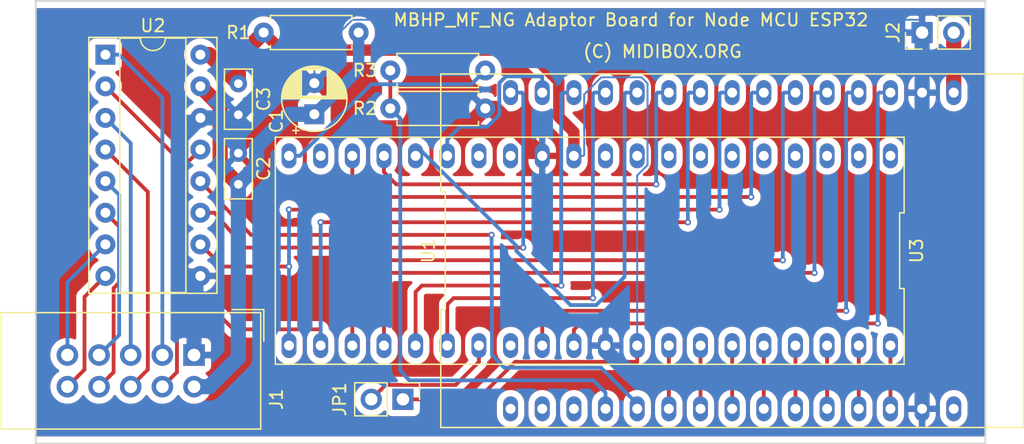
<source format=kicad_pcb>
(kicad_pcb (version 20171130) (host pcbnew "(5.1.5-0-10_14)")
  (layers (0 Topu signal) (31 Bottom signal) (34 B.Paste user) (35 F.Paste user) (36 B.SilkS user) (37 F.SilkS user) (38 B.Mask user) (39 F.Mask user) (44 Edge.Cuts user))
  (net 0 "")
  (net 1 GNDA)
  (net 2 "Net-(C1-Pad1)")
  (net 3 +5V)
  (net 4 "Net-(J1-Pad10)")
  (net 5 "Net-(J1-Pad9)")
  (net 6 "Net-(J1-Pad8)")
  (net 7 "Net-(J1-Pad7)")
  (net 8 "Net-(J1-Pad6)")
  (net 9 "Net-(J1-Pad5)")
  (net 10 "Net-(J1-Pad4)")
  (net 11 "Net-(J1-Pad3)")
  (net 12 "Net-(JP1-Pad2)")
  (net 13 "Net-(R2-Pad2)")
  (net 14 /SPI_MISO_DINSR)
  (net 15 /SPI_CLK)
  (net 16 /SPI_MISO_ADC)
  (net 17 /SPI_MOSI)
  (net 18 /SPI_CS)
  (net 19 "Net-(U1-Pad13)")
  (net 20 "Net-(U1-Pad12)")
  (net 21 "Net-(U3-Pad19)")
  (net 22 "Net-(U1-Pad11)")
  (net 23 "Net-(U1-Pad22)")
  (net 24 "Net-(U1-Pad10)")
  (net 25 "Net-(U1-Pad25)")
  (net 26 "Net-(U1-Pad9)")
  (net 27 "Net-(U1-Pad26)")
  (net 28 "Net-(U1-Pad8)")
  (net 29 "Net-(U1-Pad29)")
  (net 30 "Net-(U1-Pad7)")
  (net 31 "Net-(U3-Pad14)")
  (net 32 "Net-(U1-Pad6)")
  (net 33 "Net-(U3-Pad13)")
  (net 34 "Net-(U1-Pad18)")
  (net 35 "Net-(U3-Pad10)")
  (net 36 "Net-(U1-Pad19)")
  (net 37 "Net-(U3-Pad9)")
  (net 38 "Net-(U3-Pad28)")
  (net 39 "Net-(U3-Pad8)")
  (net 40 "Net-(U3-Pad7)")
  (net 41 MIDI_RX)
  (net 42 "Net-(U3-Pad6)")
  (net 43 MIDI_TX)
  (net 44 "Net-(U3-Pad5)")
  (net 45 "Net-(U1-Pad20)")
  (net 46 "Net-(U3-Pad4)")
  (net 47 "Net-(U1-Pad21)")
  (net 48 "Net-(U3-Pad3)")
  (net 49 "Net-(U3-Pad2)")
  (net 50 "Net-(U3-Pad1)")
  (net 51 "Net-(U1-Pad15)")
  (net 52 "Net-(U1-Pad3)")
  (net 53 "Net-(U1-Pad2)")
  (net 54 "Net-(U1-Pad1)")
  (net 55 "Net-(J2-Pad2)")
  (module mbhp_mf_special_parts:NodeMCUESP32 (layer Topu) (at 162.56 86.106)
    (fp_text reference U1 (at -24.38 0 90) (layer F.SilkS))
    (fp_text value NodeMCU_ESP32)
    (pad 15 thru_hole oval (at 17.78 12.7) (size 1.2 2) (drill 0.8) (layers *.Cu *.Mask) (net 51 "Net-(U1-Pad15)"))
    (pad 16 thru_hole oval (at 17.78 -12.7) (size 1.2 2) (drill 0.8) (layers *.Cu *.Mask) (net 55 "Net-(J2-Pad2)"))
    (pad 14 thru_hole oval (at 15.24 12.7) (size 1.2 2) (drill 0.8) (layers *.Cu *.Mask) (net 1 GNDA))
    (pad 17 thru_hole oval (at 15.24 -12.7) (size 1.2 2) (drill 0.8) (layers *.Cu *.Mask) (net 1 GNDA))
    (pad 13 thru_hole oval (at 12.7 12.7) (size 1.2 2) (drill 0.8) (layers *.Cu *.Mask) (net 19 "Net-(U1-Pad13)"))
    (pad 18 thru_hole oval (at 12.7 -12.7) (size 1.2 2) (drill 0.8) (layers *.Cu *.Mask) (net 34 "Net-(U1-Pad18)"))
    (pad 12 thru_hole oval (at 10.16 12.7) (size 1.2 2) (drill 0.8) (layers *.Cu *.Mask) (net 20 "Net-(U1-Pad12)"))
    (pad 19 thru_hole oval (at 10.16 -12.7) (size 1.2 2) (drill 0.8) (layers *.Cu *.Mask) (net 36 "Net-(U1-Pad19)"))
    (pad 11 thru_hole oval (at 7.62 12.7) (size 1.2 2) (drill 0.8) (layers *.Cu *.Mask) (net 22 "Net-(U1-Pad11)"))
    (pad 20 thru_hole oval (at 7.62 -12.7) (size 1.2 2) (drill 0.8) (layers *.Cu *.Mask) (net 45 "Net-(U1-Pad20)"))
    (pad 10 thru_hole oval (at 5.08 12.7) (size 1.2 2) (drill 0.8) (layers *.Cu *.Mask) (net 24 "Net-(U1-Pad10)"))
    (pad 21 thru_hole oval (at 5.08 -12.7) (size 1.2 2) (drill 0.8) (layers *.Cu *.Mask) (net 47 "Net-(U1-Pad21)"))
    (pad 9 thru_hole oval (at 2.54 12.7) (size 1.2 2) (drill 0.8) (layers *.Cu *.Mask) (net 26 "Net-(U1-Pad9)"))
    (pad 22 thru_hole oval (at 2.54 -12.7) (size 1.2 2) (drill 0.8) (layers *.Cu *.Mask) (net 23 "Net-(U1-Pad22)"))
    (pad 8 thru_hole oval (at 0 12.7) (size 1.2 2) (drill 0.8) (layers *.Cu *.Mask) (net 28 "Net-(U1-Pad8)"))
    (pad 23 thru_hole oval (at 0 -12.7) (size 1.2 2) (drill 0.8) (layers *.Cu *.Mask) (net 18 /SPI_CS))
    (pad 7 thru_hole oval (at -2.54 12.7) (size 1.2 2) (drill 0.8) (layers *.Cu *.Mask) (net 30 "Net-(U1-Pad7)"))
    (pad 24 thru_hole oval (at -2.54 -12.7) (size 1.2 2) (drill 0.8) (layers *.Cu *.Mask) (net 15 /SPI_CLK))
    (pad 6 thru_hole oval (at -5.08 12.7) (size 1.2 2) (drill 0.8) (layers *.Cu *.Mask) (net 32 "Net-(U1-Pad6)"))
    (pad 25 thru_hole oval (at -5.08 -12.7) (size 1.2 2) (drill 0.8) (layers *.Cu *.Mask) (net 25 "Net-(U1-Pad25)"))
    (pad 5 thru_hole oval (at -7.62 12.7) (size 1.2 2) (drill 0.8) (layers *.Cu *.Mask) (net 16 /SPI_MISO_ADC))
    (pad 26 thru_hole oval (at -7.62 -12.7) (size 1.2 2) (drill 0.8) (layers *.Cu *.Mask) (net 27 "Net-(U1-Pad26)"))
    (pad 4 thru_hole oval (at -10.16 12.7) (size 1.2 2) (drill 0.8) (layers *.Cu *.Mask) (net 14 /SPI_MISO_DINSR))
    (pad 27 thru_hole oval (at -10.16 -12.7) (size 1.2 2) (drill 0.8) (layers *.Cu *.Mask) (net 41 MIDI_RX))
    (pad 3 thru_hole oval (at -12.7 12.7) (size 1.2 2) (drill 0.8) (layers *.Cu *.Mask) (net 52 "Net-(U1-Pad3)"))
    (pad 28 thru_hole oval (at -12.7 -12.7) (size 1.2 2) (drill 0.8) (layers *.Cu *.Mask) (net 43 MIDI_TX))
    (pad 2 thru_hole oval (at -15.24 12.7) (size 1.2 2) (drill 0.8) (layers *.Cu *.Mask) (net 53 "Net-(U1-Pad2)"))
    (pad 29 thru_hole oval (at -15.24 -12.7) (size 1.2 2) (drill 0.8) (layers *.Cu *.Mask) (net 29 "Net-(U1-Pad29)"))
    (pad 1 thru_hole oval (at -17.78 12.7) (size 1.2 2) (drill 0.8) (layers *.Cu *.Mask) (net 54 "Net-(U1-Pad1)"))
    (pad 30 thru_hole oval (at -17.78 -12.7) (size 1.2 2) (drill 0.8) (layers *.Cu *.Mask) (net 17 /SPI_MOSI))
  )
  (module Package_DIP:DIP-16_W7.62mm_Socket (layer Topu) (at 112.268 70.358)
    (fp_text reference U2 (at 3.81 -2.33) (layer F.SilkS))
    (fp_text value MCP3208)
    (pad 16 thru_hole oval (at 7.62 0) (size 1.6 1.6) (drill 0.8) (layers *.Cu *.Mask) (net 3 +5V))
    (pad 8 thru_hole oval (at 0 17.78) (size 1.6 1.6) (drill 0.8) (layers *.Cu *.Mask) (net 4 "Net-(J1-Pad10)"))
    (pad 15 thru_hole oval (at 7.62 2.54) (size 1.6 1.6) (drill 0.8) (layers *.Cu *.Mask) (net 2 "Net-(C1-Pad1)"))
    (pad 7 thru_hole oval (at 0 15.24) (size 1.6 1.6) (drill 0.8) (layers *.Cu *.Mask) (net 5 "Net-(J1-Pad9)"))
    (pad 14 thru_hole oval (at 7.62 5.08) (size 1.6 1.6) (drill 0.8) (layers *.Cu *.Mask) (net 1 GNDA))
    (pad 6 thru_hole oval (at 0 12.7) (size 1.6 1.6) (drill 0.8) (layers *.Cu *.Mask) (net 6 "Net-(J1-Pad8)"))
    (pad 13 thru_hole oval (at 7.62 7.62) (size 1.6 1.6) (drill 0.8) (layers *.Cu *.Mask) (net 15 /SPI_CLK))
    (pad 5 thru_hole oval (at 0 10.16) (size 1.6 1.6) (drill 0.8) (layers *.Cu *.Mask) (net 7 "Net-(J1-Pad7)"))
    (pad 12 thru_hole oval (at 7.62 10.16) (size 1.6 1.6) (drill 0.8) (layers *.Cu *.Mask) (net 16 /SPI_MISO_ADC))
    (pad 4 thru_hole oval (at 0 7.62) (size 1.6 1.6) (drill 0.8) (layers *.Cu *.Mask) (net 8 "Net-(J1-Pad6)"))
    (pad 11 thru_hole oval (at 7.62 12.7) (size 1.6 1.6) (drill 0.8) (layers *.Cu *.Mask) (net 17 /SPI_MOSI))
    (pad 3 thru_hole oval (at 0 5.08) (size 1.6 1.6) (drill 0.8) (layers *.Cu *.Mask) (net 9 "Net-(J1-Pad5)"))
    (pad 10 thru_hole oval (at 7.62 15.24) (size 1.6 1.6) (drill 0.8) (layers *.Cu *.Mask) (net 18 /SPI_CS))
    (pad 2 thru_hole oval (at 0 2.54) (size 1.6 1.6) (drill 0.8) (layers *.Cu *.Mask) (net 10 "Net-(J1-Pad4)"))
    (pad 9 thru_hole oval (at 7.62 17.78) (size 1.6 1.6) (drill 0.8) (layers *.Cu *.Mask) (net 1 GNDA))
    (pad 1 thru_hole rect (at 0 0) (size 1.6 1.6) (drill 0.8) (layers *.Cu *.Mask) (net 11 "Net-(J1-Pad3)"))
  )
  (module Connector_IDC:IDC-Header_2x05_P2.54mm_Vertical (layer Topu) (at 119.38 94.488 270)
    (fp_text reference J1 (at 3.556 -6.604 90) (layer F.SilkS))
    (fp_text value "Analog Inputs")
    (pad 10 thru_hole oval (at 2.54 10.16 270) (size 1.7272 1.7272) (drill 1.016) (layers *.Cu *.Mask) (net 4 "Net-(J1-Pad10)"))
    (pad 9 thru_hole oval (at 0 10.16 270) (size 1.7272 1.7272) (drill 1.016) (layers *.Cu *.Mask) (net 5 "Net-(J1-Pad9)"))
    (pad 8 thru_hole oval (at 2.54 7.62 270) (size 1.7272 1.7272) (drill 1.016) (layers *.Cu *.Mask) (net 6 "Net-(J1-Pad8)"))
    (pad 7 thru_hole oval (at 0 7.62 270) (size 1.7272 1.7272) (drill 1.016) (layers *.Cu *.Mask) (net 7 "Net-(J1-Pad7)"))
    (pad 6 thru_hole oval (at 2.54 5.08 270) (size 1.7272 1.7272) (drill 1.016) (layers *.Cu *.Mask) (net 8 "Net-(J1-Pad6)"))
    (pad 5 thru_hole oval (at 0 5.08 270) (size 1.7272 1.7272) (drill 1.016) (layers *.Cu *.Mask) (net 9 "Net-(J1-Pad5)"))
    (pad 4 thru_hole oval (at 2.54 2.54 270) (size 1.7272 1.7272) (drill 1.016) (layers *.Cu *.Mask) (net 10 "Net-(J1-Pad4)"))
    (pad 3 thru_hole oval (at 0 2.54 270) (size 1.7272 1.7272) (drill 1.016) (layers *.Cu *.Mask) (net 11 "Net-(J1-Pad3)"))
    (pad 2 thru_hole oval (at 2.54 0 270) (size 1.7272 1.7272) (drill 1.016) (layers *.Cu *.Mask) (net 2 "Net-(C1-Pad1)"))
    (pad 1 thru_hole rect (at 0 0 270) (size 1.7272 1.7272) (drill 1.016) (layers *.Cu *.Mask) (net 1 GNDA))
  )
  (module Connector_PinHeader_2.54mm:PinHeader_1x02_P2.54mm_Vertical (layer Topu) (at 177.8 68.58 90)
    (fp_text reference J2 (at 0 -2.33 90) (layer F.SilkS))
    (fp_text value Power)
    (pad 2 thru_hole oval (at 0 2.54 90) (size 1.7 1.7) (drill 1) (layers *.Cu *.Mask) (net 55 "Net-(J2-Pad2)"))
    (pad 1 thru_hole rect (at 0 0 90) (size 1.7 1.7) (drill 1) (layers *.Cu *.Mask) (net 1 GNDA))
  )
  (module Resistor_THT:R_Axial_DIN0207_L6.3mm_D2.5mm_P7.62mm_Horizontal (layer Topu) (at 142.748 74.676 180)
    (fp_text reference R3 (at 9.652 3.048) (layer F.SilkS))
    (fp_text value 1k)
    (pad 2 thru_hole oval (at 7.62 0 180) (size 1.6 1.6) (drill 0.8) (layers *.Cu *.Mask) (net 14 /SPI_MISO_DINSR))
    (pad 1 thru_hole circle (at 0 0 180) (size 1.6 1.6) (drill 0.8) (layers *.Cu *.Mask) (net 1 GNDA))
  )
  (module Resistor_THT:R_Axial_DIN0207_L6.3mm_D2.5mm_P7.62mm_Horizontal (layer Topu) (at 135.128 71.628)
    (fp_text reference R2 (at -2.032 3.048) (layer F.SilkS))
    (fp_text value 680)
    (pad 2 thru_hole oval (at 7.62 0) (size 1.6 1.6) (drill 0.8) (layers *.Cu *.Mask) (net 13 "Net-(R2-Pad2)"))
    (pad 1 thru_hole circle (at 0 0) (size 1.6 1.6) (drill 0.8) (layers *.Cu *.Mask) (net 14 /SPI_MISO_DINSR))
  )
  (module Resistor_THT:R_Axial_DIN0207_L6.3mm_D2.5mm_P7.62mm_Horizontal (layer Topu) (at 124.968 68.58)
    (fp_text reference R1 (at -2.032 0) (layer F.SilkS))
    (fp_text value 10)
    (pad 2 thru_hole oval (at 7.62 0) (size 1.6 1.6) (drill 0.8) (layers *.Cu *.Mask) (net 2 "Net-(C1-Pad1)"))
    (pad 1 thru_hole circle (at 0 0) (size 1.6 1.6) (drill 0.8) (layers *.Cu *.Mask) (net 3 +5V))
  )
  (module mbhp_mf_special_parts:DIP40HookUp (layer Topu) (at 151.13 86.106 180)
    (fp_text reference U3 (at -26.23 0 90) (layer F.SilkS))
    (fp_text value PIC18FAdapter)
    (pad 20 thru_hole oval (at 24.13 7.62 180) (size 1.2 2) (drill 0.8) (layers *.Cu *.Mask) (net 13 "Net-(R2-Pad2)"))
    (pad 21 thru_hole oval (at 24.13 -7.62 180) (size 1.2 2) (drill 0.8) (layers *.Cu *.Mask) (net 18 /SPI_CS))
    (pad 19 thru_hole oval (at 21.59 7.62 180) (size 1.2 2) (drill 0.8) (layers *.Cu *.Mask) (net 21 "Net-(U3-Pad19)"))
    (pad 22 thru_hole oval (at 21.59 -7.62 180) (size 1.2 2) (drill 0.8) (layers *.Cu *.Mask) (net 15 /SPI_CLK))
    (pad 18 thru_hole oval (at 19.05 7.62 180) (size 1.2 2) (drill 0.8) (layers *.Cu *.Mask) (net 23 "Net-(U1-Pad22)"))
    (pad 23 thru_hole oval (at 19.05 -7.62 180) (size 1.2 2) (drill 0.8) (layers *.Cu *.Mask) (net 47 "Net-(U1-Pad21)"))
    (pad 17 thru_hole oval (at 16.51 7.62 180) (size 1.2 2) (drill 0.8) (layers *.Cu *.Mask) (net 25 "Net-(U1-Pad25)"))
    (pad 24 thru_hole oval (at 16.51 -7.62 180) (size 1.2 2) (drill 0.8) (layers *.Cu *.Mask) (net 45 "Net-(U1-Pad20)"))
    (pad 16 thru_hole oval (at 13.97 7.62 180) (size 1.2 2) (drill 0.8) (layers *.Cu *.Mask) (net 27 "Net-(U1-Pad26)"))
    (pad 25 thru_hole oval (at 13.97 -7.62 180) (size 1.2 2) (drill 0.8) (layers *.Cu *.Mask) (net 43 MIDI_TX))
    (pad 15 thru_hole oval (at 11.43 7.62 180) (size 1.2 2) (drill 0.8) (layers *.Cu *.Mask) (net 29 "Net-(U1-Pad29)"))
    (pad 26 thru_hole oval (at 11.43 -7.62 180) (size 1.2 2) (drill 0.8) (layers *.Cu *.Mask) (net 41 MIDI_RX))
    (pad 14 thru_hole oval (at 8.89 7.62 180) (size 1.2 2) (drill 0.8) (layers *.Cu *.Mask) (net 31 "Net-(U3-Pad14)"))
    (pad 27 thru_hole oval (at 8.89 -7.62 180) (size 1.2 2) (drill 0.8) (layers *.Cu *.Mask) (net 12 "Net-(JP1-Pad2)"))
    (pad 13 thru_hole oval (at 6.35 7.62 180) (size 1.2 2) (drill 0.8) (layers *.Cu *.Mask) (net 33 "Net-(U3-Pad13)"))
    (pad 28 thru_hole oval (at 6.35 -7.62 180) (size 1.2 2) (drill 0.8) (layers *.Cu *.Mask) (net 38 "Net-(U3-Pad28)"))
    (pad 12 thru_hole oval (at 3.81 7.62 180) (size 1.2 2) (drill 0.8) (layers *.Cu *.Mask) (net 1 GNDA))
    (pad 29 thru_hole oval (at 3.81 -7.62 180) (size 1.2 2) (drill 0.8) (layers *.Cu *.Mask) (net 36 "Net-(U1-Pad19)"))
    (pad 11 thru_hole oval (at 1.27 7.62 180) (size 1.2 2) (drill 0.8) (layers *.Cu *.Mask) (net 3 +5V))
    (pad 30 thru_hole oval (at 1.27 -7.62 180) (size 1.2 2) (drill 0.8) (layers *.Cu *.Mask) (net 34 "Net-(U1-Pad18)"))
    (pad 10 thru_hole oval (at -1.27 7.62 180) (size 1.2 2) (drill 0.8) (layers *.Cu *.Mask) (net 35 "Net-(U3-Pad10)"))
    (pad 31 thru_hole oval (at -1.27 -7.62 180) (size 1.2 2) (drill 0.8) (layers *.Cu *.Mask) (net 1 GNDA))
    (pad 9 thru_hole oval (at -3.81 7.62 180) (size 1.2 2) (drill 0.8) (layers *.Cu *.Mask) (net 37 "Net-(U3-Pad9)"))
    (pad 32 thru_hole oval (at -3.81 -7.62 180) (size 1.2 2) (drill 0.8) (layers *.Cu *.Mask) (net 3 +5V))
    (pad 8 thru_hole oval (at -6.35 7.62 180) (size 1.2 2) (drill 0.8) (layers *.Cu *.Mask) (net 39 "Net-(U3-Pad8)"))
    (pad 33 thru_hole oval (at -6.35 -7.62 180) (size 1.2 2) (drill 0.8) (layers *.Cu *.Mask) (net 32 "Net-(U1-Pad6)"))
    (pad 7 thru_hole oval (at -8.89 7.62 180) (size 1.2 2) (drill 0.8) (layers *.Cu *.Mask) (net 40 "Net-(U3-Pad7)"))
    (pad 34 thru_hole oval (at -8.89 -7.62 180) (size 1.2 2) (drill 0.8) (layers *.Cu *.Mask) (net 30 "Net-(U1-Pad7)"))
    (pad 6 thru_hole oval (at -11.43 7.62 180) (size 1.2 2) (drill 0.8) (layers *.Cu *.Mask) (net 42 "Net-(U3-Pad6)"))
    (pad 35 thru_hole oval (at -11.43 -7.62 180) (size 1.2 2) (drill 0.8) (layers *.Cu *.Mask) (net 28 "Net-(U1-Pad8)"))
    (pad 5 thru_hole oval (at -13.97 7.62 180) (size 1.2 2) (drill 0.8) (layers *.Cu *.Mask) (net 44 "Net-(U3-Pad5)"))
    (pad 36 thru_hole oval (at -13.97 -7.62 180) (size 1.2 2) (drill 0.8) (layers *.Cu *.Mask) (net 26 "Net-(U1-Pad9)"))
    (pad 4 thru_hole oval (at -16.51 7.62 180) (size 1.2 2) (drill 0.8) (layers *.Cu *.Mask) (net 46 "Net-(U3-Pad4)"))
    (pad 37 thru_hole oval (at -16.51 -7.62 180) (size 1.2 2) (drill 0.8) (layers *.Cu *.Mask) (net 24 "Net-(U1-Pad10)"))
    (pad 3 thru_hole oval (at -19.05 7.62 180) (size 1.2 2) (drill 0.8) (layers *.Cu *.Mask) (net 48 "Net-(U3-Pad3)"))
    (pad 38 thru_hole oval (at -19.05 -7.62 180) (size 1.2 2) (drill 0.8) (layers *.Cu *.Mask) (net 22 "Net-(U1-Pad11)"))
    (pad 2 thru_hole oval (at -21.59 7.62 180) (size 1.2 2) (drill 0.8) (layers *.Cu *.Mask) (net 49 "Net-(U3-Pad2)"))
    (pad 39 thru_hole oval (at -21.59 -7.62 180) (size 1.2 2) (drill 0.8) (layers *.Cu *.Mask) (net 20 "Net-(U1-Pad12)"))
    (pad 1 thru_hole oval (at -24.13 7.62 180) (size 1.2 2) (drill 0.8) (layers *.Cu *.Mask) (net 50 "Net-(U3-Pad1)"))
    (pad 40 thru_hole oval (at -24.13 -7.62 180) (size 1.2 2) (drill 0.8) (layers *.Cu *.Mask) (net 19 "Net-(U1-Pad13)"))
  )
  (module Connector_PinHeader_2.54mm:PinHeader_1x02_P2.54mm_Vertical (layer Topu) (at 136.144 98.044 270)
    (fp_text reference JP1 (at 0 5.08 90) (layer F.SilkS))
    (fp_text value Jumper)
    (pad 2 thru_hole oval (at 0 2.54 270) (size 1.7 1.7) (drill 1) (layers *.Cu *.Mask) (net 12 "Net-(JP1-Pad2)"))
    (pad 1 thru_hole rect (at 0 0 270) (size 1.7 1.7) (drill 1) (layers *.Cu *.Mask) (net 3 +5V))
  )
  (module Capacitor_THT:C_Rect_L4.6mm_W2.0mm_P2.50mm_MKS02_FKP02 (layer Topu) (at 122.936 75.184 90)
    (fp_text reference C3 (at 1.25 2.032 90) (layer F.SilkS))
    (fp_text value 100nF)
    (pad 2 thru_hole circle (at 2.5 0 90) (size 1.4 1.4) (drill 0.7) (layers *.Cu *.Mask) (net 3 +5V))
    (pad 1 thru_hole circle (at 0 0 90) (size 1.4 1.4) (drill 0.7) (layers *.Cu *.Mask) (net 1 GNDA))
  )
  (module Capacitor_THT:C_Rect_L4.6mm_W2.0mm_P2.50mm_MKS02_FKP02 (layer Topu) (at 122.936 80.772 90)
    (fp_text reference C2 (at 1.25 2.032 90) (layer F.SilkS))
    (fp_text value 100nF)
    (pad 2 thru_hole circle (at 2.5 0 90) (size 1.4 1.4) (drill 0.7) (layers *.Cu *.Mask) (net 1 GNDA))
    (pad 1 thru_hole circle (at 0 0 90) (size 1.4 1.4) (drill 0.7) (layers *.Cu *.Mask) (net 2 "Net-(C1-Pad1)"))
  )
  (module Capacitor_THT:CP_Radial_D5.0mm_P2.50mm (layer Topu) (at 129.032 75.144 90)
    (fp_text reference C1 (at -0.548 -3.048 90) (layer F.SilkS))
    (fp_text value 10uF)
    (pad 2 thru_hole circle (at 2.5 0 90) (size 1.6 1.6) (drill 0.8) (layers *.Cu *.Mask) (net 1 GNDA))
    (pad 1 thru_hole rect (at 0 0 90) (size 1.6 1.6) (drill 0.8) (layers *.Cu *.Mask) (net 2 "Net-(C1-Pad1)"))
  )
  (gr_text "(C) MIDIBOX.ORG" (at 156.972 70.104) (layer F.SilkS) (effects (font (size 1 1))))
  (gr_text "MBHP_MF_NG Adaptor Board for Node MCU ESP32\n" (at 154.432 67.564) (layer F.SilkS) (effects (font (size 1 1))))
  (gr_line (start 106.68 101.6) (end 106.68 66.04) (layer Edge.Cuts) (width 0.15))
  (gr_line (start 182.88 101.6) (end 106.68 101.6) (layer Edge.Cuts) (width 0.15))
  (gr_line (start 182.88 66.04) (end 182.88 101.6) (layer Edge.Cuts) (width 0.15))
  (gr_line (start 106.68 66.04) (end 182.88 66.04) (layer Edge.Cuts) (width 0.15))
  (segment (start 119.38 88.646) (end 119.888 88.138) (width 1.2192) (layer Bottom) (net 1))
  (segment (start 119.38 94.488) (end 119.38 88.646) (width 1.2192) (layer Bottom) (net 1))
  (segment (start 122.936 78.272) (end 122.936 75.184) (width 1.2192) (layer Bottom) (net 1))
  (segment (start 122.682 75.438) (end 122.936 75.184) (width 1.2192) (layer Bottom) (net 1))
  (segment (start 119.888 75.438) (end 122.682 75.438) (width 1.2192) (layer Bottom) (net 1))
  (segment (start 119.088001 76.237999) (end 119.888 75.438) (width 1.2192) (layer Bottom) (net 1))
  (segment (start 118.325999 77.000001) (end 119.088001 76.237999) (width 1.2192) (layer Bottom) (net 1))
  (segment (start 118.325999 87.707369) (end 118.325999 77.000001) (width 1.2192) (layer Bottom) (net 1))
  (segment (start 118.75663 88.138) (end 118.325999 87.707369) (width 1.2192) (layer Bottom) (net 1))
  (segment (start 119.888 88.138) (end 118.75663 88.138) (width 1.2192) (layer Bottom) (net 1))
  (segment (start 125.476 72.644) (end 129.032 72.644) (width 1.2192) (layer Bottom) (net 1))
  (segment (start 122.936 75.184) (end 125.476 72.644) (width 1.2192) (layer Bottom) (net 1))
  (segment (start 141.948001 75.475999) (end 142.748 74.676) (width 1.2192) (layer Topu) (net 1))
  (segment (start 141.185999 76.238001) (end 141.948001 75.475999) (width 1.2192) (layer Topu) (net 1))
  (segment (start 130.16337 72.644) (end 133.757371 76.238001) (width 1.2192) (layer Topu) (net 1))
  (segment (start 133.757371 76.238001) (end 141.185999 76.238001) (width 1.2192) (layer Topu) (net 1))
  (segment (start 129.032 72.644) (end 130.16337 72.644) (width 1.2192) (layer Topu) (net 1))
  (segment (start 143.51 74.676) (end 147.32 78.486) (width 1.2192) (layer Topu) (net 1))
  (segment (start 142.748 74.676) (end 143.51 74.676) (width 1.2192) (layer Topu) (net 1))
  (segment (start 177.8 73.406) (end 177.8 68.58) (width 1.2192) (layer Bottom) (net 1))
  (segment (start 177.8 98.806) (end 177.8 96.5868) (width 1.2192) (layer Bottom) (net 1))
  (segment (start 177.8 90.932) (end 177.8 73.406) (width 1.2192) (layer Bottom) (net 1))
  (segment (start 154.286 96.012) (end 177.8 96.012) (width 1.2192) (layer Bottom) (net 1))
  (segment (start 152.4 94.126) (end 154.286 96.012) (width 1.2192) (layer Bottom) (net 1))
  (segment (start 152.4 93.726) (end 152.4 94.126) (width 1.2192) (layer Bottom) (net 1))
  (segment (start 177.8 96.012) (end 177.8 90.932) (width 1.2192) (layer Bottom) (net 1))
  (segment (start 177.8 96.5868) (end 177.8 96.012) (width 1.2192) (layer Bottom) (net 1))
  (segment (start 177.8 67.5776) (end 177.8 68.58) (width 0.1524) (layer Bottom) (net 1))
  (segment (start 177.773799 67.551399) (end 177.8 67.5776) (width 0.1524) (layer Bottom) (net 1))
  (segment (start 132.094271 67.551399) (end 177.773799 67.551399) (width 0.1524) (layer Bottom) (net 1))
  (segment (start 129.032 70.61367) (end 132.094271 67.551399) (width 0.1524) (layer Bottom) (net 1))
  (segment (start 129.032 72.644) (end 129.032 70.61367) (width 0.1524) (layer Bottom) (net 1))
  (segment (start 122.936 81.761949) (end 122.936 80.772) (width 1.2192) (layer Bottom) (net 2))
  (segment (start 122.936 94.693314) (end 122.936 81.761949) (width 1.2192) (layer Bottom) (net 2))
  (segment (start 120.601314 97.028) (end 122.936 94.693314) (width 1.2192) (layer Bottom) (net 2))
  (segment (start 119.38 97.028) (end 120.601314 97.028) (width 1.2192) (layer Bottom) (net 2))
  (segment (start 124.398001 77.758799) (end 127.0128 75.144) (width 1.2192) (layer Bottom) (net 2))
  (segment (start 127.0128 75.144) (end 129.032 75.144) (width 1.2192) (layer Bottom) (net 2))
  (segment (start 124.398001 79.309999) (end 124.398001 77.758799) (width 1.2192) (layer Bottom) (net 2))
  (segment (start 122.936 80.772) (end 124.398001 79.309999) (width 1.2192) (layer Bottom) (net 2))
  (segment (start 121.473999 79.309999) (end 122.236001 80.072001) (width 1.2192) (layer Topu) (net 2))
  (segment (start 122.236001 80.072001) (end 122.936 80.772) (width 1.2192) (layer Topu) (net 2))
  (segment (start 121.473999 74.483999) (end 121.473999 79.309999) (width 1.2192) (layer Topu) (net 2))
  (segment (start 119.888 72.898) (end 121.473999 74.483999) (width 1.2192) (layer Topu) (net 2))
  (segment (start 132.588 71.588) (end 132.588 68.58) (width 0.9144) (layer Bottom) (net 2))
  (segment (start 129.032 75.144) (end 132.588 71.588) (width 0.9144) (layer Bottom) (net 2))
  (segment (start 120.61 70.358) (end 122.936 72.684) (width 1.2192) (layer Topu) (net 3))
  (segment (start 119.888 70.358) (end 120.61 70.358) (width 1.2192) (layer Topu) (net 3))
  (segment (start 122.936 70.612) (end 124.968 68.58) (width 1.2192) (layer Topu) (net 3))
  (segment (start 122.936 72.684) (end 122.936 70.612) (width 1.2192) (layer Topu) (net 3))
  (segment (start 148.65039 75.36199) (end 149.86 76.5716) (width 0.9144) (layer Topu) (net 3))
  (segment (start 148.65039 72.504964) (end 148.65039 75.36199) (width 0.9144) (layer Topu) (net 3))
  (segment (start 146.135027 69.989601) (end 148.65039 72.504964) (width 0.9144) (layer Topu) (net 3))
  (segment (start 126.377601 69.989601) (end 146.135027 69.989601) (width 0.9144) (layer Topu) (net 3))
  (segment (start 149.86 76.5716) (end 149.86 78.486) (width 0.9144) (layer Topu) (net 3))
  (segment (start 124.968 68.58) (end 126.377601 69.989601) (width 0.9144) (layer Topu) (net 3))
  (segment (start 154.93999 95.03081) (end 154.94 95.0308) (width 0.3048) (layer Topu) (net 3))
  (segment (start 145.154784 95.03081) (end 154.93999 95.03081) (width 0.3048) (layer Topu) (net 3))
  (segment (start 154.94 95.0308) (end 154.94 93.726) (width 0.3048) (layer Topu) (net 3))
  (segment (start 142.141594 98.044) (end 145.154784 95.03081) (width 0.3048) (layer Topu) (net 3))
  (segment (start 136.144 98.044) (end 142.141594 98.044) (width 0.3048) (layer Topu) (net 3))
  (segment (start 150.6124 78.486) (end 149.86 78.486) (width 0.1524) (layer Bottom) (net 3))
  (segment (start 150.68861 78.40979) (end 150.6124 78.486) (width 0.1524) (layer Bottom) (net 3))
  (segment (start 150.68861 73.545559) (end 150.68861 78.40979) (width 0.1524) (layer Bottom) (net 3))
  (segment (start 155.283221 72.17739) (end 152.056779 72.17739) (width 0.1524) (layer Bottom) (net 3))
  (segment (start 155.76861 72.662779) (end 155.283221 72.17739) (width 0.1524) (layer Bottom) (net 3))
  (segment (start 155.76861 79.229221) (end 155.76861 72.662779) (width 0.1524) (layer Bottom) (net 3))
  (segment (start 152.056779 72.17739) (end 150.68861 73.545559) (width 0.1524) (layer Bottom) (net 3))
  (segment (start 154.94 80.057831) (end 155.76861 79.229221) (width 0.1524) (layer Bottom) (net 3))
  (segment (start 154.94 93.726) (end 154.94 80.057831) (width 0.1524) (layer Bottom) (net 3))
  (segment (start 111.468001 88.937999) (end 112.268 88.138) (width 0.3048) (layer Topu) (net 4))
  (segment (start 110.591599 89.814401) (end 111.468001 88.937999) (width 0.3048) (layer Topu) (net 4))
  (segment (start 110.591599 95.656401) (end 110.591599 89.814401) (width 0.3048) (layer Topu) (net 4))
  (segment (start 109.22 97.028) (end 110.591599 95.656401) (width 0.3048) (layer Topu) (net 4))
  (segment (start 109.22 88.646) (end 112.268 85.598) (width 0.3048) (layer Bottom) (net 5))
  (segment (start 109.22 94.488) (end 109.22 88.646) (width 0.3048) (layer Bottom) (net 5))
  (segment (start 113.372801 84.162801) (end 113.067999 83.857999) (width 0.3048) (layer Topu) (net 6))
  (segment (start 113.372801 88.668305) (end 113.372801 84.162801) (width 0.3048) (layer Topu) (net 6))
  (segment (start 112.928401 89.112705) (end 113.372801 88.668305) (width 0.3048) (layer Topu) (net 6))
  (segment (start 113.067999 83.857999) (end 112.268 83.058) (width 0.3048) (layer Topu) (net 6))
  (segment (start 112.928401 95.859599) (end 112.928401 89.112705) (width 0.3048) (layer Topu) (net 6))
  (segment (start 111.76 97.028) (end 112.928401 95.859599) (width 0.3048) (layer Topu) (net 6))
  (segment (start 113.372801 81.622801) (end 113.067999 81.317999) (width 0.3048) (layer Bottom) (net 7))
  (segment (start 113.372801 92.875199) (end 113.372801 81.622801) (width 0.3048) (layer Bottom) (net 7))
  (segment (start 113.067999 81.317999) (end 112.268 80.518) (width 0.3048) (layer Bottom) (net 7))
  (segment (start 111.76 94.488) (end 113.372801 92.875199) (width 0.3048) (layer Bottom) (net 7))
  (segment (start 113.067999 78.777999) (end 112.268 77.978) (width 0.3048) (layer Topu) (net 8))
  (segment (start 115.671599 81.381599) (end 113.067999 78.777999) (width 0.3048) (layer Topu) (net 8))
  (segment (start 115.671599 95.656401) (end 115.671599 81.381599) (width 0.3048) (layer Topu) (net 8))
  (segment (start 114.3 97.028) (end 115.671599 95.656401) (width 0.3048) (layer Topu) (net 8))
  (segment (start 114.3 77.47) (end 112.268 75.438) (width 0.3048) (layer Bottom) (net 9))
  (segment (start 114.3 94.488) (end 114.3 77.47) (width 0.3048) (layer Bottom) (net 9))
  (segment (start 113.067999 73.697999) (end 112.268 72.898) (width 0.3048) (layer Topu) (net 10))
  (segment (start 118.008401 78.638401) (end 113.067999 73.697999) (width 0.3048) (layer Topu) (net 10))
  (segment (start 118.008401 95.859599) (end 118.008401 78.638401) (width 0.3048) (layer Topu) (net 10))
  (segment (start 116.84 97.028) (end 118.008401 95.859599) (width 0.3048) (layer Topu) (net 10))
  (segment (start 113.3728 70.358) (end 112.268 70.358) (width 0.3048) (layer Bottom) (net 11))
  (segment (start 116.84 73.8252) (end 113.3728 70.358) (width 0.3048) (layer Bottom) (net 11))
  (segment (start 116.84 94.488) (end 116.84 73.8252) (width 0.3048) (layer Bottom) (net 11))
  (segment (start 134.758801 96.889199) (end 140.381601 96.889199) (width 0.3048) (layer Topu) (net 12))
  (segment (start 142.24 95.0308) (end 142.24 93.726) (width 0.3048) (layer Topu) (net 12))
  (segment (start 140.381601 96.889199) (end 142.24 95.0308) (width 0.3048) (layer Topu) (net 12))
  (segment (start 133.604 98.044) (end 134.758801 96.889199) (width 0.3048) (layer Topu) (net 12))
  (segment (start 141.643199 72.732801) (end 141.948001 72.427999) (width 0.3048) (layer Bottom) (net 13))
  (segment (start 133.613605 72.732801) (end 141.643199 72.732801) (width 0.3048) (layer Bottom) (net 13))
  (segment (start 127.860406 78.486) (end 133.613605 72.732801) (width 0.3048) (layer Bottom) (net 13))
  (segment (start 141.948001 72.427999) (end 142.748 71.628) (width 0.3048) (layer Bottom) (net 13))
  (segment (start 127 78.486) (end 127.860406 78.486) (width 0.3048) (layer Bottom) (net 13))
  (segment (start 135.128 71.628) (end 135.128 74.676) (width 0.3048) (layer Topu) (net 14))
  (segment (start 135.927999 75.475999) (end 135.128 74.676) (width 0.3048) (layer Bottom) (net 14))
  (segment (start 135.927999 95.720001) (end 135.927999 75.475999) (width 0.3048) (layer Bottom) (net 14))
  (segment (start 151.4188 96.52) (end 136.652 96.52) (width 0.3048) (layer Bottom) (net 14))
  (segment (start 136.652 96.52) (end 135.927999 95.720001) (width 0.3048) (layer Bottom) (net 14))
  (segment (start 152.4 97.5012) (end 151.4188 96.52) (width 0.3048) (layer Bottom) (net 14))
  (segment (start 152.4 98.806) (end 152.4 97.5012) (width 0.3048) (layer Bottom) (net 14))
  (segment (start 129.54 83.82) (end 129.54 93.726) (width 0.3048) (layer Bottom) (net 15))
  (via (at 129.54 83.82) (size 0.508) (drill 0.254) (layers Topu Bottom) (net 15))
  (segment (start 159.004 83.82) (end 129.54 83.82) (width 0.3048) (layer Topu) (net 15))
  (segment (start 159.1152 73.406) (end 160.02 73.406) (width 0.3048) (layer Bottom) (net 15))
  (segment (start 159.004 73.5172) (end 159.1152 73.406) (width 0.3048) (layer Bottom) (net 15))
  (segment (start 159.004 83.82) (end 159.004 73.5172) (width 0.3048) (layer Bottom) (net 15))
  (via (at 159.004 83.82) (size 0.508) (drill 0.254) (layers Topu Bottom) (net 15))
  (segment (start 129.54 92.4212) (end 129.54 93.726) (width 0.3048) (layer Topu) (net 15))
  (segment (start 129.53999 92.42119) (end 129.54 92.4212) (width 0.3048) (layer Topu) (net 15))
  (segment (start 122.536084 92.42119) (end 129.53999 92.42119) (width 0.3048) (layer Topu) (net 15))
  (segment (start 118.783199 79.082801) (end 118.783199 88.668305) (width 0.3048) (layer Topu) (net 15))
  (segment (start 118.783199 88.668305) (end 122.536084 92.42119) (width 0.3048) (layer Topu) (net 15))
  (segment (start 119.888 77.978) (end 118.783199 79.082801) (width 0.3048) (layer Topu) (net 15))
  (segment (start 143.256 84.836) (end 123.952 84.836) (width 0.3048) (layer Topu) (net 16))
  (segment (start 123.952 84.836) (end 119.888 80.518) (width 0.3048) (layer Topu) (net 16))
  (via (at 143.256 84.836) (size 0.508) (drill 0.254) (layers Topu Bottom) (net 16))
  (segment (start 143.293894 94.488) (end 144.272 95.504) (width 0.3048) (layer Bottom) (net 16))
  (segment (start 143.256 84.836) (end 143.293894 94.488) (width 0.3048) (layer Bottom) (net 16))
  (segment (start 154.94 98.406) (end 154.94 98.806) (width 0.3048) (layer Bottom) (net 16))
  (segment (start 152.038 95.504) (end 154.94 98.406) (width 0.3048) (layer Bottom) (net 16))
  (segment (start 144.272 95.504) (end 152.038 95.504) (width 0.3048) (layer Bottom) (net 16))
  (segment (start 145.6848 73.406) (end 144.78 73.406) (width 0.3048) (layer Bottom) (net 17))
  (segment (start 145.796 73.5172) (end 145.6848 73.406) (width 0.3048) (layer Bottom) (net 17))
  (segment (start 145.796 85.852) (end 145.796 73.5172) (width 0.3048) (layer Bottom) (net 17))
  (via (at 145.796 85.852) (size 0.508) (drill 0.254) (layers Topu Bottom) (net 17))
  (segment (start 121.01937 83.058) (end 119.888 83.058) (width 0.3048) (layer Topu) (net 17))
  (segment (start 123.444 85.852) (end 121.01937 83.058) (width 0.3048) (layer Topu) (net 17))
  (segment (start 145.796 85.852) (end 123.444 85.852) (width 0.3048) (layer Topu) (net 17))
  (segment (start 161.6552 73.406) (end 162.56 73.406) (width 0.3048) (layer Bottom) (net 18))
  (segment (start 161.544 73.5172) (end 161.6552 73.406) (width 0.3048) (layer Bottom) (net 18))
  (segment (start 161.544 82.804) (end 161.544 73.5172) (width 0.3048) (layer Bottom) (net 18))
  (via (at 161.544 82.804) (size 0.508) (drill 0.254) (layers Topu Bottom) (net 18))
  (segment (start 127 82.804) (end 127 85.344) (width 0.3048) (layer Bottom) (net 18))
  (via (at 127 82.804) (size 0.508) (drill 0.254) (layers Topu Bottom) (net 18))
  (segment (start 127 82.804) (end 161.544 82.804) (width 0.3048) (layer Topu) (net 18))
  (via (at 127 87.376) (size 0.508) (drill 0.254) (layers Topu Bottom) (net 18))
  (segment (start 121.666 87.376) (end 127 87.376) (width 0.3048) (layer Topu) (net 18))
  (segment (start 127 87.376) (end 127 93.726) (width 0.3048) (layer Bottom) (net 18))
  (segment (start 119.888 85.598) (end 121.666 87.376) (width 0.3048) (layer Topu) (net 18))
  (segment (start 127 85.344) (end 127 87.376) (width 0.3048) (layer Bottom) (net 18))
  (segment (start 175.26 98.806) (end 175.26 93.726) (width 0.3048) (layer Topu) (net 19))
  (segment (start 172.72 98.806) (end 172.72 93.726) (width 0.3048) (layer Topu) (net 20))
  (segment (start 170.18 97.5012) (end 170.18 93.726) (width 0.3048) (layer Topu) (net 22))
  (segment (start 170.18 98.806) (end 170.18 97.5012) (width 0.3048) (layer Topu) (net 22))
  (segment (start 164.1952 73.406) (end 165.1 73.406) (width 0.3048) (layer Bottom) (net 23))
  (segment (start 164.084 73.5172) (end 164.1952 73.406) (width 0.3048) (layer Bottom) (net 23))
  (via (at 164.084 81.788) (size 0.508) (drill 0.254) (layers Topu Bottom) (net 23))
  (segment (start 164.084 81.788) (end 164.084 73.5172) (width 0.3048) (layer Bottom) (net 23))
  (segment (start 132.08 81.28) (end 132.08 78.486) (width 0.3048) (layer Topu) (net 23))
  (segment (start 132.5532 81.788) (end 132.08 81.28) (width 0.3048) (layer Topu) (net 23))
  (segment (start 164.084 81.788) (end 132.5532 81.788) (width 0.3048) (layer Topu) (net 23))
  (segment (start 167.64 98.806) (end 167.64 93.726) (width 0.3048) (layer Topu) (net 24))
  (via (at 156.464 80.772) (size 0.508) (drill 0.254) (layers Topu Bottom) (net 25))
  (segment (start 156.464 73.5172) (end 156.464 80.772) (width 0.3048) (layer Bottom) (net 25))
  (segment (start 156.5752 73.406) (end 156.464 73.5172) (width 0.3048) (layer Bottom) (net 25))
  (segment (start 157.48 73.406) (end 156.5752 73.406) (width 0.3048) (layer Bottom) (net 25))
  (segment (start 135.6012 80.772) (end 134.62 79.7908) (width 0.3048) (layer Topu) (net 25))
  (segment (start 134.62 79.7908) (end 134.62 78.486) (width 0.3048) (layer Topu) (net 25))
  (segment (start 156.464 80.772) (end 135.6012 80.772) (width 0.3048) (layer Topu) (net 25))
  (segment (start 165.1 98.806) (end 165.1 93.726) (width 0.3048) (layer Topu) (net 26))
  (segment (start 151.652225 90.474801) (end 153.924 88.203026) (width 0.3048) (layer Bottom) (net 27))
  (segment (start 145.237199 86.120225) (end 149.591775 90.474801) (width 0.3048) (layer Bottom) (net 27))
  (segment (start 145.237199 85.702793) (end 145.237199 86.120225) (width 0.3048) (layer Bottom) (net 27))
  (segment (start 137.16 77.625594) (end 145.237199 85.702793) (width 0.3048) (layer Bottom) (net 27))
  (segment (start 149.591775 90.474801) (end 151.652225 90.474801) (width 0.3048) (layer Bottom) (net 27))
  (segment (start 137.16 78.486) (end 137.16 77.625594) (width 0.3048) (layer Bottom) (net 27))
  (segment (start 154.0352 73.406) (end 154.94 73.406) (width 0.3048) (layer Bottom) (net 27))
  (segment (start 153.924 73.5172) (end 154.0352 73.406) (width 0.3048) (layer Bottom) (net 27))
  (segment (start 153.924 88.203026) (end 153.924 73.5172) (width 0.3048) (layer Bottom) (net 27))
  (segment (start 162.56 98.806) (end 162.56 93.472) (width 0.3048) (layer Topu) (net 28))
  (segment (start 147.32 72.1012) (end 147.32 73.406) (width 0.3048) (layer Bottom) (net 29))
  (segment (start 147.31999 72.10119) (end 147.32 72.1012) (width 0.3048) (layer Bottom) (net 29))
  (segment (start 144.405216 72.10119) (end 147.31999 72.10119) (width 0.3048) (layer Bottom) (net 29))
  (segment (start 143.87519 72.631216) (end 144.405216 72.10119) (width 0.3048) (layer Bottom) (net 29))
  (segment (start 143.87519 75.19361) (end 143.87519 72.631216) (width 0.3048) (layer Bottom) (net 29))
  (segment (start 142.91959 76.14921) (end 143.87519 75.19361) (width 0.3048) (layer Bottom) (net 29))
  (segment (start 140.73199 76.14921) (end 142.91959 76.14921) (width 0.3048) (layer Bottom) (net 29))
  (segment (start 139.7 77.1812) (end 140.73199 76.14921) (width 0.3048) (layer Bottom) (net 29))
  (segment (start 139.7 78.486) (end 139.7 77.1812) (width 0.3048) (layer Bottom) (net 29))
  (segment (start 160.02 98.806) (end 160.02 93.726) (width 0.3048) (layer Topu) (net 30))
  (segment (start 157.48 97.5012) (end 157.48 93.726) (width 0.3048) (layer Topu) (net 32))
  (segment (start 157.48 98.806) (end 157.48 97.5012) (width 0.3048) (layer Topu) (net 32))
  (segment (start 174.3552 73.406) (end 175.26 73.406) (width 0.3048) (layer Bottom) (net 34))
  (segment (start 174.244 73.5172) (end 174.3552 73.406) (width 0.3048) (layer Bottom) (net 34))
  (segment (start 174.244 91.948) (end 174.244 73.5172) (width 0.3048) (layer Bottom) (net 34))
  (via (at 174.244 91.948) (size 0.508) (drill 0.254) (layers Topu Bottom) (net 34))
  (segment (start 149.86 92.456) (end 149.86 93.726) (width 0.3048) (layer Topu) (net 34))
  (segment (start 150.368 91.948) (end 149.86 92.456) (width 0.3048) (layer Topu) (net 34))
  (segment (start 174.244 91.948) (end 150.368 91.948) (width 0.3048) (layer Topu) (net 34))
  (segment (start 171.8152 73.406) (end 172.72 73.406) (width 0.3048) (layer Bottom) (net 36))
  (segment (start 171.704 73.5172) (end 171.8152 73.406) (width 0.3048) (layer Bottom) (net 36))
  (segment (start 171.704 90.932) (end 171.704 73.5172) (width 0.3048) (layer Bottom) (net 36))
  (via (at 171.704 90.932) (size 0.508) (drill 0.254) (layers Topu Bottom) (net 36))
  (segment (start 147.828 90.932) (end 147.32 91.44) (width 0.3048) (layer Topu) (net 36))
  (segment (start 147.32 91.44) (end 147.32 93.726) (width 0.3048) (layer Topu) (net 36))
  (segment (start 171.704 90.932) (end 147.828 90.932) (width 0.3048) (layer Topu) (net 36))
  (segment (start 151.4952 73.406) (end 152.4 73.406) (width 0.3048) (layer Bottom) (net 41))
  (segment (start 151.384 73.5172) (end 151.4952 73.406) (width 0.3048) (layer Bottom) (net 41))
  (segment (start 151.384 89.916) (end 151.384 73.5172) (width 0.3048) (layer Bottom) (net 41))
  (via (at 151.384 89.916) (size 0.508) (drill 0.254) (layers Topu Bottom) (net 41))
  (segment (start 140.208 89.916) (end 139.7 90.424) (width 0.3048) (layer Topu) (net 41))
  (segment (start 139.7 90.424) (end 139.7 93.726) (width 0.3048) (layer Topu) (net 41))
  (segment (start 151.384 89.916) (end 140.208 89.916) (width 0.3048) (layer Topu) (net 41))
  (segment (start 148.9552 73.406) (end 149.86 73.406) (width 0.3048) (layer Bottom) (net 43))
  (segment (start 148.844 73.5172) (end 148.9552 73.406) (width 0.3048) (layer Bottom) (net 43))
  (segment (start 148.844 88.9) (end 148.844 73.5172) (width 0.3048) (layer Bottom) (net 43))
  (via (at 148.844 88.9) (size 0.508) (drill 0.254) (layers Topu Bottom) (net 43))
  (segment (start 137.16 89.408) (end 137.16 93.726) (width 0.3048) (layer Topu) (net 43))
  (segment (start 137.668 88.9) (end 137.16 89.408) (width 0.3048) (layer Topu) (net 43))
  (segment (start 148.844 88.9) (end 137.668 88.9) (width 0.3048) (layer Topu) (net 43))
  (segment (start 169.164 73.5172) (end 169.2752 73.406) (width 0.3048) (layer Bottom) (net 45))
  (segment (start 169.164 87.884) (end 169.164 73.5172) (width 0.3048) (layer Bottom) (net 45))
  (segment (start 169.2752 73.406) (end 170.18 73.406) (width 0.3048) (layer Bottom) (net 45))
  (via (at 169.164 87.884) (size 0.508) (drill 0.254) (layers Topu Bottom) (net 45))
  (segment (start 135.128 87.884) (end 134.62 88.392) (width 0.3048) (layer Topu) (net 45))
  (segment (start 134.62 88.392) (end 134.62 93.726) (width 0.3048) (layer Topu) (net 45))
  (segment (start 169.164 87.884) (end 135.128 87.884) (width 0.3048) (layer Topu) (net 45))
  (segment (start 166.7352 73.406) (end 167.64 73.406) (width 0.3048) (layer Bottom) (net 47))
  (segment (start 166.624 73.5172) (end 166.7352 73.406) (width 0.3048) (layer Bottom) (net 47))
  (segment (start 166.624 86.868) (end 166.624 73.5172) (width 0.3048) (layer Bottom) (net 47))
  (via (at 166.624 86.868) (size 0.508) (drill 0.254) (layers Topu Bottom) (net 47))
  (segment (start 132.08 87.376) (end 132.08 93.726) (width 0.3048) (layer Topu) (net 47))
  (segment (start 132.537199 86.868) (end 132.08 87.376) (width 0.3048) (layer Topu) (net 47))
  (segment (start 166.624 86.868) (end 132.537199 86.868) (width 0.3048) (layer Topu) (net 47))
  (segment (start 180.34 68.58) (end 180.34 73.406) (width 1.2192) (layer Topu) (net 55))
  (zone (net 1) (net_name GNDA) (layer Bottom) (connect_pads (clearance 0.508)) (min_thickness 0.254) (fill yes (arc_segments 32) (thermal_gap 0.508) (thermal_bridge_width 0.508))
    (polygon (pts (xy 182.88 101.6) (xy 106.68 101.6) (xy 106.68 66.04) (xy 182.88 66.04)))
  )
  (zone (net 1) (net_name GNDA) (layer Topu) (connect_pads (clearance 0.508)) (min_thickness 0.254) (fill yes (arc_segments 32) (thermal_gap 0.508) (thermal_bridge_width 0.508))
    (polygon (pts (xy 182.88 101.6) (xy 106.68 101.6) (xy 106.68 66.04) (xy 182.88 66.04)))
  )
)
</source>
